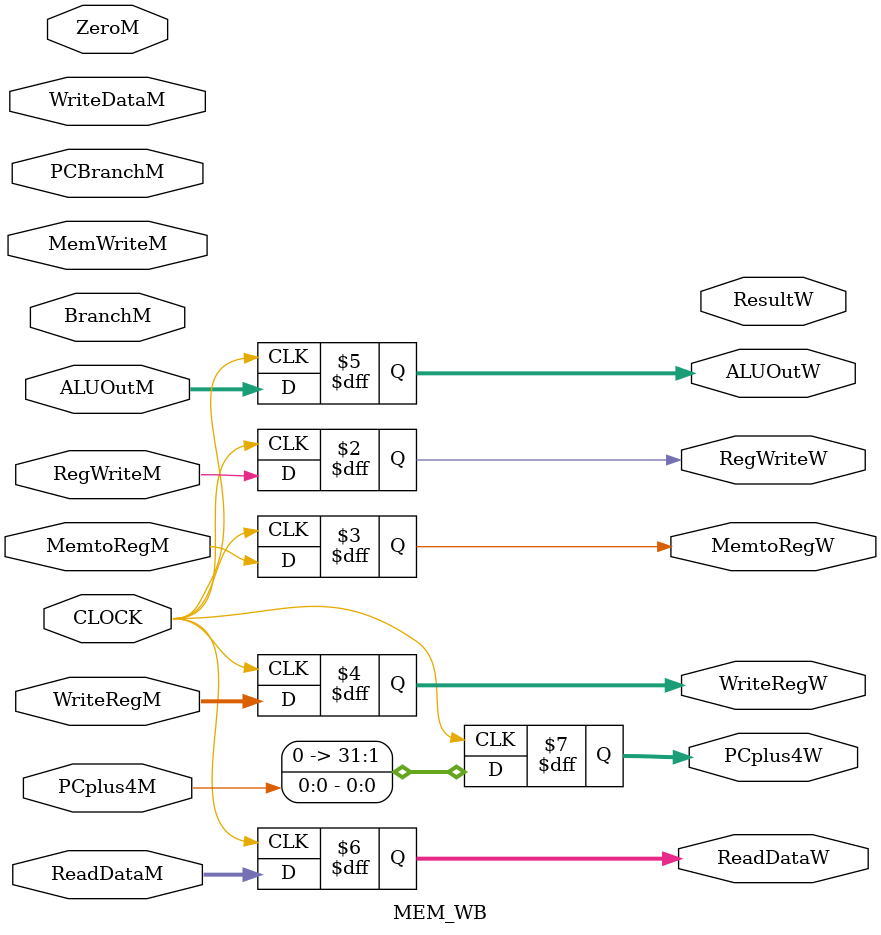
<source format=v>
`timescale 100fs/100fs
module MEM_WB(CLOCK,PCplus4M,RegWriteM,MemtoRegM,MemWriteM,BranchM,ZeroM,ALUOutM,WriteDataM,PCBranchM,WriteRegM,ReadDataM,
PCplus4W,RegWriteW,MemtoRegW,ALUOutW,ReadDataW,WriteRegW,ResultW);

//define inputs and outputs with corresponding length and type
input CLOCK,PCplus4M,RegWriteM,MemtoRegM,MemWriteM,BranchM,ZeroM,WriteDataM,PCBranchM;
input [4:0] WriteRegM;
input [31:0] ALUOutM,ReadDataM;
output reg RegWriteW,MemtoRegW,ResultW;
output reg [4:0] WriteRegW;
output reg [31:0] ALUOutW,ReadDataW,PCplus4W;

always @(posedge CLOCK)
begin
    RegWriteW    <=    RegWriteM;
    MemtoRegW    <=    MemtoRegM;
    WriteRegW    <=    WriteRegM; 
    ALUOutW      <=    ALUOutM  ;
    ReadDataW    <=    ReadDataM;
    PCplus4W     <=    PCplus4M ;
end

endmodule















</source>
